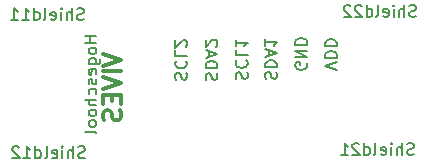
<source format=gbr>
%TF.GenerationSoftware,KiCad,Pcbnew,(5.99.0-12717-g57c7d663b0)*%
%TF.CreationDate,2021-10-08T11:24:07+02:00*%
%TF.ProjectId,capacitance_meter,63617061-6369-4746-916e-63655f6d6574,rev?*%
%TF.SameCoordinates,Original*%
%TF.FileFunction,Legend,Bot*%
%TF.FilePolarity,Positive*%
%FSLAX46Y46*%
G04 Gerber Fmt 4.6, Leading zero omitted, Abs format (unit mm)*
G04 Created by KiCad (PCBNEW (5.99.0-12717-g57c7d663b0)) date 2021-10-08 11:24:07*
%MOMM*%
%LPD*%
G01*
G04 APERTURE LIST*
%ADD10C,0.150000*%
%ADD11C,0.300000*%
G04 APERTURE END LIST*
D10*
X161900000Y-118386904D02*
X161947619Y-118482142D01*
X161947619Y-118625000D01*
X161900000Y-118767857D01*
X161804761Y-118863095D01*
X161709523Y-118910714D01*
X161519047Y-118958333D01*
X161376190Y-118958333D01*
X161185714Y-118910714D01*
X161090476Y-118863095D01*
X160995238Y-118767857D01*
X160947619Y-118625000D01*
X160947619Y-118529761D01*
X160995238Y-118386904D01*
X161042857Y-118339285D01*
X161376190Y-118339285D01*
X161376190Y-118529761D01*
X160947619Y-117910714D02*
X161947619Y-117910714D01*
X160947619Y-117339285D01*
X161947619Y-117339285D01*
X160947619Y-116863095D02*
X161947619Y-116863095D01*
X161947619Y-116625000D01*
X161900000Y-116482142D01*
X161804761Y-116386904D01*
X161709523Y-116339285D01*
X161519047Y-116291666D01*
X161376190Y-116291666D01*
X161185714Y-116339285D01*
X161090476Y-116386904D01*
X160995238Y-116482142D01*
X160947619Y-116625000D01*
X160947619Y-116863095D01*
X153395238Y-119815476D02*
X153347619Y-119672619D01*
X153347619Y-119434523D01*
X153395238Y-119339285D01*
X153442857Y-119291666D01*
X153538095Y-119244047D01*
X153633333Y-119244047D01*
X153728571Y-119291666D01*
X153776190Y-119339285D01*
X153823809Y-119434523D01*
X153871428Y-119625000D01*
X153919047Y-119720238D01*
X153966666Y-119767857D01*
X154061904Y-119815476D01*
X154157142Y-119815476D01*
X154252380Y-119767857D01*
X154300000Y-119720238D01*
X154347619Y-119625000D01*
X154347619Y-119386904D01*
X154300000Y-119244047D01*
X153347619Y-118815476D02*
X154347619Y-118815476D01*
X154347619Y-118577380D01*
X154300000Y-118434523D01*
X154204761Y-118339285D01*
X154109523Y-118291666D01*
X153919047Y-118244047D01*
X153776190Y-118244047D01*
X153585714Y-118291666D01*
X153490476Y-118339285D01*
X153395238Y-118434523D01*
X153347619Y-118577380D01*
X153347619Y-118815476D01*
X153633333Y-117863095D02*
X153633333Y-117386904D01*
X153347619Y-117958333D02*
X154347619Y-117625000D01*
X153347619Y-117291666D01*
X154252380Y-117005952D02*
X154300000Y-116958333D01*
X154347619Y-116863095D01*
X154347619Y-116625000D01*
X154300000Y-116529761D01*
X154252380Y-116482142D01*
X154157142Y-116434523D01*
X154061904Y-116434523D01*
X153919047Y-116482142D01*
X153347619Y-117053571D01*
X153347619Y-116434523D01*
X164472619Y-118958333D02*
X163472619Y-118625000D01*
X164472619Y-118291666D01*
X163472619Y-117958333D02*
X164472619Y-117958333D01*
X164472619Y-117720238D01*
X164425000Y-117577380D01*
X164329761Y-117482142D01*
X164234523Y-117434523D01*
X164044047Y-117386904D01*
X163901190Y-117386904D01*
X163710714Y-117434523D01*
X163615476Y-117482142D01*
X163520238Y-117577380D01*
X163472619Y-117720238D01*
X163472619Y-117958333D01*
X163472619Y-116958333D02*
X164472619Y-116958333D01*
X164472619Y-116720238D01*
X164425000Y-116577380D01*
X164329761Y-116482142D01*
X164234523Y-116434523D01*
X164044047Y-116386904D01*
X163901190Y-116386904D01*
X163710714Y-116434523D01*
X163615476Y-116482142D01*
X163520238Y-116577380D01*
X163472619Y-116720238D01*
X163472619Y-116958333D01*
X150820238Y-119791666D02*
X150772619Y-119648809D01*
X150772619Y-119410714D01*
X150820238Y-119315476D01*
X150867857Y-119267857D01*
X150963095Y-119220238D01*
X151058333Y-119220238D01*
X151153571Y-119267857D01*
X151201190Y-119315476D01*
X151248809Y-119410714D01*
X151296428Y-119601190D01*
X151344047Y-119696428D01*
X151391666Y-119744047D01*
X151486904Y-119791666D01*
X151582142Y-119791666D01*
X151677380Y-119744047D01*
X151725000Y-119696428D01*
X151772619Y-119601190D01*
X151772619Y-119363095D01*
X151725000Y-119220238D01*
X150867857Y-118220238D02*
X150820238Y-118267857D01*
X150772619Y-118410714D01*
X150772619Y-118505952D01*
X150820238Y-118648809D01*
X150915476Y-118744047D01*
X151010714Y-118791666D01*
X151201190Y-118839285D01*
X151344047Y-118839285D01*
X151534523Y-118791666D01*
X151629761Y-118744047D01*
X151725000Y-118648809D01*
X151772619Y-118505952D01*
X151772619Y-118410714D01*
X151725000Y-118267857D01*
X151677380Y-118220238D01*
X150772619Y-117315476D02*
X150772619Y-117791666D01*
X151772619Y-117791666D01*
X151677380Y-117029761D02*
X151725000Y-116982142D01*
X151772619Y-116886904D01*
X151772619Y-116648809D01*
X151725000Y-116553571D01*
X151677380Y-116505952D01*
X151582142Y-116458333D01*
X151486904Y-116458333D01*
X151344047Y-116505952D01*
X150772619Y-117077380D01*
X150772619Y-116458333D01*
X143121428Y-126404763D02*
X142978571Y-126452382D01*
X142740476Y-126452382D01*
X142645238Y-126404763D01*
X142597619Y-126357144D01*
X142550000Y-126261906D01*
X142550000Y-126166668D01*
X142597619Y-126071430D01*
X142645238Y-126023811D01*
X142740476Y-125976192D01*
X142930952Y-125928573D01*
X143026190Y-125880954D01*
X143073809Y-125833335D01*
X143121428Y-125738097D01*
X143121428Y-125642859D01*
X143073809Y-125547621D01*
X143026190Y-125500002D01*
X142930952Y-125452382D01*
X142692857Y-125452382D01*
X142550000Y-125500002D01*
X142121428Y-126452382D02*
X142121428Y-125452382D01*
X141692857Y-126452382D02*
X141692857Y-125928573D01*
X141740476Y-125833335D01*
X141835714Y-125785716D01*
X141978571Y-125785716D01*
X142073809Y-125833335D01*
X142121428Y-125880954D01*
X141216666Y-126452382D02*
X141216666Y-125785716D01*
X141216666Y-125452382D02*
X141264285Y-125500002D01*
X141216666Y-125547621D01*
X141169047Y-125500002D01*
X141216666Y-125452382D01*
X141216666Y-125547621D01*
X140359523Y-126404763D02*
X140454761Y-126452382D01*
X140645238Y-126452382D01*
X140740476Y-126404763D01*
X140788095Y-126309525D01*
X140788095Y-125928573D01*
X140740476Y-125833335D01*
X140645238Y-125785716D01*
X140454761Y-125785716D01*
X140359523Y-125833335D01*
X140311904Y-125928573D01*
X140311904Y-126023811D01*
X140788095Y-126119049D01*
X139740476Y-126452382D02*
X139835714Y-126404763D01*
X139883333Y-126309525D01*
X139883333Y-125452382D01*
X138930952Y-126452382D02*
X138930952Y-125452382D01*
X138930952Y-126404763D02*
X139026190Y-126452382D01*
X139216666Y-126452382D01*
X139311904Y-126404763D01*
X139359523Y-126357144D01*
X139407142Y-126261906D01*
X139407142Y-125976192D01*
X139359523Y-125880954D01*
X139311904Y-125833335D01*
X139216666Y-125785716D01*
X139026190Y-125785716D01*
X138930952Y-125833335D01*
X137930952Y-126452382D02*
X138502380Y-126452382D01*
X138216666Y-126452382D02*
X138216666Y-125452382D01*
X138311904Y-125595240D01*
X138407142Y-125690478D01*
X138502380Y-125738097D01*
X137550000Y-125547621D02*
X137502380Y-125500002D01*
X137407142Y-125452382D01*
X137169047Y-125452382D01*
X137073809Y-125500002D01*
X137026190Y-125547621D01*
X136978571Y-125642859D01*
X136978571Y-125738097D01*
X137026190Y-125880954D01*
X137597619Y-126452382D01*
X136978571Y-126452382D01*
X155945238Y-119741666D02*
X155897619Y-119598809D01*
X155897619Y-119360714D01*
X155945238Y-119265476D01*
X155992857Y-119217857D01*
X156088095Y-119170238D01*
X156183333Y-119170238D01*
X156278571Y-119217857D01*
X156326190Y-119265476D01*
X156373809Y-119360714D01*
X156421428Y-119551190D01*
X156469047Y-119646428D01*
X156516666Y-119694047D01*
X156611904Y-119741666D01*
X156707142Y-119741666D01*
X156802380Y-119694047D01*
X156850000Y-119646428D01*
X156897619Y-119551190D01*
X156897619Y-119313095D01*
X156850000Y-119170238D01*
X155992857Y-118170238D02*
X155945238Y-118217857D01*
X155897619Y-118360714D01*
X155897619Y-118455952D01*
X155945238Y-118598809D01*
X156040476Y-118694047D01*
X156135714Y-118741666D01*
X156326190Y-118789285D01*
X156469047Y-118789285D01*
X156659523Y-118741666D01*
X156754761Y-118694047D01*
X156850000Y-118598809D01*
X156897619Y-118455952D01*
X156897619Y-118360714D01*
X156850000Y-118217857D01*
X156802380Y-118170238D01*
X155897619Y-117265476D02*
X155897619Y-117741666D01*
X156897619Y-117741666D01*
X155897619Y-116408333D02*
X155897619Y-116979761D01*
X155897619Y-116694047D02*
X156897619Y-116694047D01*
X156754761Y-116789285D01*
X156659523Y-116884523D01*
X156611904Y-116979761D01*
X170971428Y-126129761D02*
X170828571Y-126177380D01*
X170590476Y-126177380D01*
X170495238Y-126129761D01*
X170447619Y-126082142D01*
X170400000Y-125986904D01*
X170400000Y-125891666D01*
X170447619Y-125796428D01*
X170495238Y-125748809D01*
X170590476Y-125701190D01*
X170780952Y-125653571D01*
X170876190Y-125605952D01*
X170923809Y-125558333D01*
X170971428Y-125463095D01*
X170971428Y-125367857D01*
X170923809Y-125272619D01*
X170876190Y-125225000D01*
X170780952Y-125177380D01*
X170542857Y-125177380D01*
X170400000Y-125225000D01*
X169971428Y-126177380D02*
X169971428Y-125177380D01*
X169542857Y-126177380D02*
X169542857Y-125653571D01*
X169590476Y-125558333D01*
X169685714Y-125510714D01*
X169828571Y-125510714D01*
X169923809Y-125558333D01*
X169971428Y-125605952D01*
X169066666Y-126177380D02*
X169066666Y-125510714D01*
X169066666Y-125177380D02*
X169114285Y-125225000D01*
X169066666Y-125272619D01*
X169019047Y-125225000D01*
X169066666Y-125177380D01*
X169066666Y-125272619D01*
X168209523Y-126129761D02*
X168304761Y-126177380D01*
X168495238Y-126177380D01*
X168590476Y-126129761D01*
X168638095Y-126034523D01*
X168638095Y-125653571D01*
X168590476Y-125558333D01*
X168495238Y-125510714D01*
X168304761Y-125510714D01*
X168209523Y-125558333D01*
X168161904Y-125653571D01*
X168161904Y-125748809D01*
X168638095Y-125844047D01*
X167590476Y-126177380D02*
X167685714Y-126129761D01*
X167733333Y-126034523D01*
X167733333Y-125177380D01*
X166780952Y-126177380D02*
X166780952Y-125177380D01*
X166780952Y-126129761D02*
X166876190Y-126177380D01*
X167066666Y-126177380D01*
X167161904Y-126129761D01*
X167209523Y-126082142D01*
X167257142Y-125986904D01*
X167257142Y-125701190D01*
X167209523Y-125605952D01*
X167161904Y-125558333D01*
X167066666Y-125510714D01*
X166876190Y-125510714D01*
X166780952Y-125558333D01*
X166352380Y-125272619D02*
X166304761Y-125225000D01*
X166209523Y-125177380D01*
X165971428Y-125177380D01*
X165876190Y-125225000D01*
X165828571Y-125272619D01*
X165780952Y-125367857D01*
X165780952Y-125463095D01*
X165828571Y-125605952D01*
X166400000Y-126177380D01*
X165780952Y-126177380D01*
X164828571Y-126177380D02*
X165400000Y-126177380D01*
X165114285Y-126177380D02*
X165114285Y-125177380D01*
X165209523Y-125320238D01*
X165304761Y-125415476D01*
X165400000Y-125463095D01*
X158445238Y-119740476D02*
X158397619Y-119597619D01*
X158397619Y-119359523D01*
X158445238Y-119264285D01*
X158492857Y-119216666D01*
X158588095Y-119169047D01*
X158683333Y-119169047D01*
X158778571Y-119216666D01*
X158826190Y-119264285D01*
X158873809Y-119359523D01*
X158921428Y-119550000D01*
X158969047Y-119645238D01*
X159016666Y-119692857D01*
X159111904Y-119740476D01*
X159207142Y-119740476D01*
X159302380Y-119692857D01*
X159350000Y-119645238D01*
X159397619Y-119550000D01*
X159397619Y-119311904D01*
X159350000Y-119169047D01*
X158397619Y-118740476D02*
X159397619Y-118740476D01*
X159397619Y-118502380D01*
X159350000Y-118359523D01*
X159254761Y-118264285D01*
X159159523Y-118216666D01*
X158969047Y-118169047D01*
X158826190Y-118169047D01*
X158635714Y-118216666D01*
X158540476Y-118264285D01*
X158445238Y-118359523D01*
X158397619Y-118502380D01*
X158397619Y-118740476D01*
X158683333Y-117788095D02*
X158683333Y-117311904D01*
X158397619Y-117883333D02*
X159397619Y-117550000D01*
X158397619Y-117216666D01*
X158397619Y-116359523D02*
X158397619Y-116930952D01*
X158397619Y-116645238D02*
X159397619Y-116645238D01*
X159254761Y-116740476D01*
X159159523Y-116835714D01*
X159111904Y-116930952D01*
D11*
X144678571Y-117607142D02*
X146178571Y-118107142D01*
X144678571Y-118607142D01*
X146178571Y-119107142D02*
X144678571Y-119107142D01*
X144678571Y-119607142D02*
X146178571Y-120107142D01*
X144678571Y-120607142D01*
X145392857Y-121107142D02*
X145392857Y-121607142D01*
X146178571Y-121821428D02*
X146178571Y-121107142D01*
X144678571Y-121107142D01*
X144678571Y-121821428D01*
X146107142Y-122392857D02*
X146178571Y-122607142D01*
X146178571Y-122964285D01*
X146107142Y-123107142D01*
X146035714Y-123178571D01*
X145892857Y-123250000D01*
X145750000Y-123250000D01*
X145607142Y-123178571D01*
X145535714Y-123107142D01*
X145464285Y-122964285D01*
X145392857Y-122678571D01*
X145321428Y-122535714D01*
X145250000Y-122464285D01*
X145107142Y-122392857D01*
X144964285Y-122392857D01*
X144821428Y-122464285D01*
X144750000Y-122535714D01*
X144678571Y-122678571D01*
X144678571Y-123035714D01*
X144750000Y-123250000D01*
D10*
X171171428Y-114429761D02*
X171028571Y-114477380D01*
X170790476Y-114477380D01*
X170695238Y-114429761D01*
X170647619Y-114382142D01*
X170600000Y-114286904D01*
X170600000Y-114191666D01*
X170647619Y-114096428D01*
X170695238Y-114048809D01*
X170790476Y-114001190D01*
X170980952Y-113953571D01*
X171076190Y-113905952D01*
X171123809Y-113858333D01*
X171171428Y-113763095D01*
X171171428Y-113667857D01*
X171123809Y-113572619D01*
X171076190Y-113525000D01*
X170980952Y-113477380D01*
X170742857Y-113477380D01*
X170600000Y-113525000D01*
X170171428Y-114477380D02*
X170171428Y-113477380D01*
X169742857Y-114477380D02*
X169742857Y-113953571D01*
X169790476Y-113858333D01*
X169885714Y-113810714D01*
X170028571Y-113810714D01*
X170123809Y-113858333D01*
X170171428Y-113905952D01*
X169266666Y-114477380D02*
X169266666Y-113810714D01*
X169266666Y-113477380D02*
X169314285Y-113525000D01*
X169266666Y-113572619D01*
X169219047Y-113525000D01*
X169266666Y-113477380D01*
X169266666Y-113572619D01*
X168409523Y-114429761D02*
X168504761Y-114477380D01*
X168695238Y-114477380D01*
X168790476Y-114429761D01*
X168838095Y-114334523D01*
X168838095Y-113953571D01*
X168790476Y-113858333D01*
X168695238Y-113810714D01*
X168504761Y-113810714D01*
X168409523Y-113858333D01*
X168361904Y-113953571D01*
X168361904Y-114048809D01*
X168838095Y-114144047D01*
X167790476Y-114477380D02*
X167885714Y-114429761D01*
X167933333Y-114334523D01*
X167933333Y-113477380D01*
X166980952Y-114477380D02*
X166980952Y-113477380D01*
X166980952Y-114429761D02*
X167076190Y-114477380D01*
X167266666Y-114477380D01*
X167361904Y-114429761D01*
X167409523Y-114382142D01*
X167457142Y-114286904D01*
X167457142Y-114001190D01*
X167409523Y-113905952D01*
X167361904Y-113858333D01*
X167266666Y-113810714D01*
X167076190Y-113810714D01*
X166980952Y-113858333D01*
X166552380Y-113572619D02*
X166504761Y-113525000D01*
X166409523Y-113477380D01*
X166171428Y-113477380D01*
X166076190Y-113525000D01*
X166028571Y-113572619D01*
X165980952Y-113667857D01*
X165980952Y-113763095D01*
X166028571Y-113905952D01*
X166600000Y-114477380D01*
X165980952Y-114477380D01*
X165600000Y-113572619D02*
X165552380Y-113525000D01*
X165457142Y-113477380D01*
X165219047Y-113477380D01*
X165123809Y-113525000D01*
X165076190Y-113572619D01*
X165028571Y-113667857D01*
X165028571Y-113763095D01*
X165076190Y-113905952D01*
X165647619Y-114477380D01*
X165028571Y-114477380D01*
X144102380Y-116103571D02*
X143102380Y-116103571D01*
X143578571Y-116103571D02*
X143578571Y-116675000D01*
X144102380Y-116675000D02*
X143102380Y-116675000D01*
X144102380Y-117294047D02*
X144054761Y-117198809D01*
X144007142Y-117151190D01*
X143911904Y-117103571D01*
X143626190Y-117103571D01*
X143530952Y-117151190D01*
X143483333Y-117198809D01*
X143435714Y-117294047D01*
X143435714Y-117436904D01*
X143483333Y-117532142D01*
X143530952Y-117579761D01*
X143626190Y-117627380D01*
X143911904Y-117627380D01*
X144007142Y-117579761D01*
X144054761Y-117532142D01*
X144102380Y-117436904D01*
X144102380Y-117294047D01*
X143435714Y-118484523D02*
X144245238Y-118484523D01*
X144340476Y-118436904D01*
X144388095Y-118389285D01*
X144435714Y-118294047D01*
X144435714Y-118151190D01*
X144388095Y-118055952D01*
X144054761Y-118484523D02*
X144102380Y-118389285D01*
X144102380Y-118198809D01*
X144054761Y-118103571D01*
X144007142Y-118055952D01*
X143911904Y-118008333D01*
X143626190Y-118008333D01*
X143530952Y-118055952D01*
X143483333Y-118103571D01*
X143435714Y-118198809D01*
X143435714Y-118389285D01*
X143483333Y-118484523D01*
X144054761Y-119341666D02*
X144102380Y-119246428D01*
X144102380Y-119055952D01*
X144054761Y-118960714D01*
X143959523Y-118913095D01*
X143578571Y-118913095D01*
X143483333Y-118960714D01*
X143435714Y-119055952D01*
X143435714Y-119246428D01*
X143483333Y-119341666D01*
X143578571Y-119389285D01*
X143673809Y-119389285D01*
X143769047Y-118913095D01*
X144054761Y-119770238D02*
X144102380Y-119865476D01*
X144102380Y-120055952D01*
X144054761Y-120151190D01*
X143959523Y-120198809D01*
X143911904Y-120198809D01*
X143816666Y-120151190D01*
X143769047Y-120055952D01*
X143769047Y-119913095D01*
X143721428Y-119817857D01*
X143626190Y-119770238D01*
X143578571Y-119770238D01*
X143483333Y-119817857D01*
X143435714Y-119913095D01*
X143435714Y-120055952D01*
X143483333Y-120151190D01*
X144054761Y-121055952D02*
X144102380Y-120960714D01*
X144102380Y-120770238D01*
X144054761Y-120675000D01*
X144007142Y-120627380D01*
X143911904Y-120579761D01*
X143626190Y-120579761D01*
X143530952Y-120627380D01*
X143483333Y-120675000D01*
X143435714Y-120770238D01*
X143435714Y-120960714D01*
X143483333Y-121055952D01*
X144102380Y-121484523D02*
X143102380Y-121484523D01*
X144102380Y-121913095D02*
X143578571Y-121913095D01*
X143483333Y-121865476D01*
X143435714Y-121770238D01*
X143435714Y-121627380D01*
X143483333Y-121532142D01*
X143530952Y-121484523D01*
X144102380Y-122532142D02*
X144054761Y-122436904D01*
X144007142Y-122389285D01*
X143911904Y-122341666D01*
X143626190Y-122341666D01*
X143530952Y-122389285D01*
X143483333Y-122436904D01*
X143435714Y-122532142D01*
X143435714Y-122675000D01*
X143483333Y-122770238D01*
X143530952Y-122817857D01*
X143626190Y-122865476D01*
X143911904Y-122865476D01*
X144007142Y-122817857D01*
X144054761Y-122770238D01*
X144102380Y-122675000D01*
X144102380Y-122532142D01*
X144102380Y-123436904D02*
X144054761Y-123341666D01*
X144007142Y-123294047D01*
X143911904Y-123246428D01*
X143626190Y-123246428D01*
X143530952Y-123294047D01*
X143483333Y-123341666D01*
X143435714Y-123436904D01*
X143435714Y-123579761D01*
X143483333Y-123675000D01*
X143530952Y-123722619D01*
X143626190Y-123770238D01*
X143911904Y-123770238D01*
X144007142Y-123722619D01*
X144054761Y-123675000D01*
X144102380Y-123579761D01*
X144102380Y-123436904D01*
X144102380Y-124341666D02*
X144054761Y-124246428D01*
X143959523Y-124198809D01*
X143102380Y-124198809D01*
X143021428Y-114704761D02*
X142878571Y-114752380D01*
X142640476Y-114752380D01*
X142545238Y-114704761D01*
X142497619Y-114657142D01*
X142450000Y-114561904D01*
X142450000Y-114466666D01*
X142497619Y-114371428D01*
X142545238Y-114323809D01*
X142640476Y-114276190D01*
X142830952Y-114228571D01*
X142926190Y-114180952D01*
X142973809Y-114133333D01*
X143021428Y-114038095D01*
X143021428Y-113942857D01*
X142973809Y-113847619D01*
X142926190Y-113800000D01*
X142830952Y-113752380D01*
X142592857Y-113752380D01*
X142450000Y-113800000D01*
X142021428Y-114752380D02*
X142021428Y-113752380D01*
X141592857Y-114752380D02*
X141592857Y-114228571D01*
X141640476Y-114133333D01*
X141735714Y-114085714D01*
X141878571Y-114085714D01*
X141973809Y-114133333D01*
X142021428Y-114180952D01*
X141116666Y-114752380D02*
X141116666Y-114085714D01*
X141116666Y-113752380D02*
X141164285Y-113800000D01*
X141116666Y-113847619D01*
X141069047Y-113800000D01*
X141116666Y-113752380D01*
X141116666Y-113847619D01*
X140259523Y-114704761D02*
X140354761Y-114752380D01*
X140545238Y-114752380D01*
X140640476Y-114704761D01*
X140688095Y-114609523D01*
X140688095Y-114228571D01*
X140640476Y-114133333D01*
X140545238Y-114085714D01*
X140354761Y-114085714D01*
X140259523Y-114133333D01*
X140211904Y-114228571D01*
X140211904Y-114323809D01*
X140688095Y-114419047D01*
X139640476Y-114752380D02*
X139735714Y-114704761D01*
X139783333Y-114609523D01*
X139783333Y-113752380D01*
X138830952Y-114752380D02*
X138830952Y-113752380D01*
X138830952Y-114704761D02*
X138926190Y-114752380D01*
X139116666Y-114752380D01*
X139211904Y-114704761D01*
X139259523Y-114657142D01*
X139307142Y-114561904D01*
X139307142Y-114276190D01*
X139259523Y-114180952D01*
X139211904Y-114133333D01*
X139116666Y-114085714D01*
X138926190Y-114085714D01*
X138830952Y-114133333D01*
X137830952Y-114752380D02*
X138402380Y-114752380D01*
X138116666Y-114752380D02*
X138116666Y-113752380D01*
X138211904Y-113895238D01*
X138307142Y-113990476D01*
X138402380Y-114038095D01*
X136878571Y-114752380D02*
X137450000Y-114752380D01*
X137164285Y-114752380D02*
X137164285Y-113752380D01*
X137259523Y-113895238D01*
X137354761Y-113990476D01*
X137450000Y-114038095D01*
M02*

</source>
